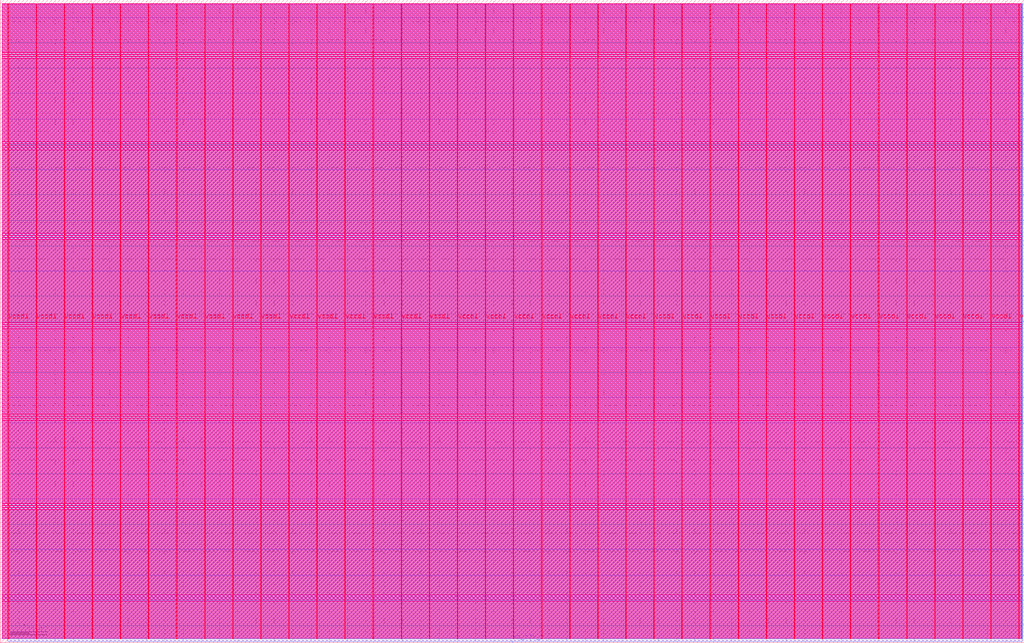
<source format=lef>
VERSION 5.7 ;
  NOWIREEXTENSIONATPIN ON ;
  DIVIDERCHAR "/" ;
  BUSBITCHARS "[]" ;
MACRO user_proj_example
  CLASS BLOCK ;
  FOREIGN user_proj_example ;
  ORIGIN 0.000 0.000 ;
  SIZE 2800.000 BY 1760.000 ;
  PIN io_in[0]
    DIRECTION INPUT ;
    USE SIGNAL ;
    ANTENNAGATEAREA 0.159000 ;
    PORT
      LAYER met3 ;
        RECT 2796.000 1710.920 2800.000 1711.520 ;
    END
  END io_in[0]
  PIN io_in[10]
    DIRECTION INPUT ;
    USE SIGNAL ;
    ANTENNAGATEAREA 0.196500 ;
    PORT
      LAYER met3 ;
        RECT 2796.000 670.520 2800.000 671.120 ;
    END
  END io_in[10]
  PIN io_in[11]
    DIRECTION INPUT ;
    USE SIGNAL ;
    ANTENNAGATEAREA 0.213000 ;
    PORT
      LAYER met3 ;
        RECT 2796.000 601.160 2800.000 601.760 ;
    END
  END io_in[11]
  PIN io_in[12]
    DIRECTION INPUT ;
    USE SIGNAL ;
    ANTENNAGATEAREA 0.196500 ;
    PORT
      LAYER met3 ;
        RECT 2796.000 531.800 2800.000 532.400 ;
    END
  END io_in[12]
  PIN io_in[13]
    DIRECTION INPUT ;
    USE SIGNAL ;
    ANTENNAGATEAREA 0.196500 ;
    PORT
      LAYER met3 ;
        RECT 2796.000 462.440 2800.000 463.040 ;
    END
  END io_in[13]
  PIN io_in[14]
    DIRECTION INPUT ;
    USE SIGNAL ;
    ANTENNAGATEAREA 0.196500 ;
    PORT
      LAYER met3 ;
        RECT 2796.000 393.080 2800.000 393.680 ;
    END
  END io_in[14]
  PIN io_in[15]
    DIRECTION INPUT ;
    USE SIGNAL ;
    ANTENNAGATEAREA 0.159000 ;
    PORT
      LAYER met3 ;
        RECT 2796.000 323.720 2800.000 324.320 ;
    END
  END io_in[15]
  PIN io_in[16]
    DIRECTION INPUT ;
    USE SIGNAL ;
    ANTENNAGATEAREA 0.213000 ;
    PORT
      LAYER met3 ;
        RECT 2796.000 254.360 2800.000 254.960 ;
    END
  END io_in[16]
  PIN io_in[17]
    DIRECTION INPUT ;
    USE SIGNAL ;
    PORT
      LAYER met3 ;
        RECT 2796.000 185.000 2800.000 185.600 ;
    END
  END io_in[17]
  PIN io_in[18]
    DIRECTION INPUT ;
    USE SIGNAL ;
    PORT
      LAYER met3 ;
        RECT 2796.000 115.640 2800.000 116.240 ;
    END
  END io_in[18]
  PIN io_in[19]
    DIRECTION INPUT ;
    USE SIGNAL ;
    PORT
      LAYER met3 ;
        RECT 2796.000 46.280 2800.000 46.880 ;
    END
  END io_in[19]
  PIN io_in[1]
    DIRECTION INPUT ;
    USE SIGNAL ;
    ANTENNAGATEAREA 0.126000 ;
    PORT
      LAYER met3 ;
        RECT 2796.000 1572.200 2800.000 1572.800 ;
    END
  END io_in[1]
  PIN io_in[2]
    DIRECTION INPUT ;
    USE SIGNAL ;
    ANTENNAGATEAREA 0.196500 ;
    PORT
      LAYER met3 ;
        RECT 2796.000 1433.480 2800.000 1434.080 ;
    END
  END io_in[2]
  PIN io_in[3]
    DIRECTION INPUT ;
    USE SIGNAL ;
    ANTENNAGATEAREA 0.196500 ;
    PORT
      LAYER met3 ;
        RECT 2796.000 1294.760 2800.000 1295.360 ;
    END
  END io_in[3]
  PIN io_in[4]
    DIRECTION INPUT ;
    USE SIGNAL ;
    ANTENNAGATEAREA 0.196500 ;
    PORT
      LAYER met3 ;
        RECT 2796.000 1156.040 2800.000 1156.640 ;
    END
  END io_in[4]
  PIN io_in[5]
    DIRECTION INPUT ;
    USE SIGNAL ;
    ANTENNAGATEAREA 0.196500 ;
    PORT
      LAYER met3 ;
        RECT 2796.000 1017.320 2800.000 1017.920 ;
    END
  END io_in[5]
  PIN io_in[6]
    DIRECTION INPUT ;
    USE SIGNAL ;
    ANTENNAGATEAREA 0.196500 ;
    PORT
      LAYER met3 ;
        RECT 2796.000 947.960 2800.000 948.560 ;
    END
  END io_in[6]
  PIN io_in[7]
    DIRECTION INPUT ;
    USE SIGNAL ;
    ANTENNAGATEAREA 0.159000 ;
    PORT
      LAYER met3 ;
        RECT 2796.000 878.600 2800.000 879.200 ;
    END
  END io_in[7]
  PIN io_in[8]
    DIRECTION INPUT ;
    USE SIGNAL ;
    ANTENNAGATEAREA 0.159000 ;
    PORT
      LAYER met3 ;
        RECT 2796.000 809.240 2800.000 809.840 ;
    END
  END io_in[8]
  PIN io_in[9]
    DIRECTION INPUT ;
    USE SIGNAL ;
    ANTENNAGATEAREA 0.213000 ;
    PORT
      LAYER met3 ;
        RECT 2796.000 739.880 2800.000 740.480 ;
    END
  END io_in[9]
  PIN io_out[0]
    DIRECTION OUTPUT TRISTATE ;
    USE SIGNAL ;
    PORT
      LAYER met3 ;
        RECT 2796.000 1641.560 2800.000 1642.160 ;
    END
  END io_out[0]
  PIN io_out[1]
    DIRECTION OUTPUT TRISTATE ;
    USE SIGNAL ;
    ANTENNADIFFAREA 2.673000 ;
    PORT
      LAYER met3 ;
        RECT 2796.000 1502.840 2800.000 1503.440 ;
    END
  END io_out[1]
  PIN io_out[2]
    DIRECTION OUTPUT TRISTATE ;
    USE SIGNAL ;
    ANTENNADIFFAREA 2.673000 ;
    PORT
      LAYER met3 ;
        RECT 2796.000 1364.120 2800.000 1364.720 ;
    END
  END io_out[2]
  PIN io_out[3]
    DIRECTION OUTPUT TRISTATE ;
    USE SIGNAL ;
    ANTENNADIFFAREA 2.673000 ;
    PORT
      LAYER met3 ;
        RECT 2796.000 1225.400 2800.000 1226.000 ;
    END
  END io_out[3]
  PIN io_out[4]
    DIRECTION OUTPUT TRISTATE ;
    USE SIGNAL ;
    PORT
      LAYER met3 ;
        RECT 2796.000 1086.680 2800.000 1087.280 ;
    END
  END io_out[4]
  PIN vccd1
    DIRECTION INOUT ;
    USE POWER ;
    PORT
      LAYER met4 ;
        RECT 21.040 10.640 22.640 1749.200 ;
    END
    PORT
      LAYER met4 ;
        RECT 174.640 10.640 176.240 1749.200 ;
    END
    PORT
      LAYER met4 ;
        RECT 328.240 10.640 329.840 1749.200 ;
    END
    PORT
      LAYER met4 ;
        RECT 481.840 10.640 483.440 1749.200 ;
    END
    PORT
      LAYER met4 ;
        RECT 635.440 10.640 637.040 1749.200 ;
    END
    PORT
      LAYER met4 ;
        RECT 789.040 10.640 790.640 1749.200 ;
    END
    PORT
      LAYER met4 ;
        RECT 942.640 10.640 944.240 1749.200 ;
    END
    PORT
      LAYER met4 ;
        RECT 1096.240 10.640 1097.840 1749.200 ;
    END
    PORT
      LAYER met4 ;
        RECT 1249.840 10.640 1251.440 1749.200 ;
    END
    PORT
      LAYER met4 ;
        RECT 1403.440 10.640 1405.040 1749.200 ;
    END
    PORT
      LAYER met4 ;
        RECT 1557.040 10.640 1558.640 1749.200 ;
    END
    PORT
      LAYER met4 ;
        RECT 1710.640 10.640 1712.240 1749.200 ;
    END
    PORT
      LAYER met4 ;
        RECT 1864.240 10.640 1865.840 1749.200 ;
    END
    PORT
      LAYER met4 ;
        RECT 2017.840 10.640 2019.440 1749.200 ;
    END
    PORT
      LAYER met4 ;
        RECT 2171.440 10.640 2173.040 1749.200 ;
    END
    PORT
      LAYER met4 ;
        RECT 2325.040 10.640 2326.640 1749.200 ;
    END
    PORT
      LAYER met4 ;
        RECT 2478.640 10.640 2480.240 1749.200 ;
    END
    PORT
      LAYER met4 ;
        RECT 2632.240 10.640 2633.840 1749.200 ;
    END
    PORT
      LAYER met4 ;
        RECT 2785.840 10.640 2787.440 1749.200 ;
    END
  END vccd1
  PIN vssd1
    DIRECTION INOUT ;
    USE GROUND ;
    PORT
      LAYER met4 ;
        RECT 97.840 10.640 99.440 1749.200 ;
    END
    PORT
      LAYER met4 ;
        RECT 251.440 10.640 253.040 1749.200 ;
    END
    PORT
      LAYER met4 ;
        RECT 405.040 10.640 406.640 1749.200 ;
    END
    PORT
      LAYER met4 ;
        RECT 558.640 10.640 560.240 1749.200 ;
    END
    PORT
      LAYER met4 ;
        RECT 712.240 10.640 713.840 1749.200 ;
    END
    PORT
      LAYER met4 ;
        RECT 865.840 10.640 867.440 1749.200 ;
    END
    PORT
      LAYER met4 ;
        RECT 1019.440 10.640 1021.040 1749.200 ;
    END
    PORT
      LAYER met4 ;
        RECT 1173.040 10.640 1174.640 1749.200 ;
    END
    PORT
      LAYER met4 ;
        RECT 1326.640 10.640 1328.240 1749.200 ;
    END
    PORT
      LAYER met4 ;
        RECT 1480.240 10.640 1481.840 1749.200 ;
    END
    PORT
      LAYER met4 ;
        RECT 1633.840 10.640 1635.440 1749.200 ;
    END
    PORT
      LAYER met4 ;
        RECT 1787.440 10.640 1789.040 1749.200 ;
    END
    PORT
      LAYER met4 ;
        RECT 1941.040 10.640 1942.640 1749.200 ;
    END
    PORT
      LAYER met4 ;
        RECT 2094.640 10.640 2096.240 1749.200 ;
    END
    PORT
      LAYER met4 ;
        RECT 2248.240 10.640 2249.840 1749.200 ;
    END
    PORT
      LAYER met4 ;
        RECT 2401.840 10.640 2403.440 1749.200 ;
    END
    PORT
      LAYER met4 ;
        RECT 2555.440 10.640 2557.040 1749.200 ;
    END
    PORT
      LAYER met4 ;
        RECT 2709.040 10.640 2710.640 1749.200 ;
    END
  END vssd1
  PIN wb_clk_i
    DIRECTION INPUT ;
    USE SIGNAL ;
    ANTENNAGATEAREA 0.852000 ;
    ANTENNADIFFAREA 0.434700 ;
    PORT
      LAYER met2 ;
        RECT 1399.870 0.000 1400.150 4.000 ;
    END
  END wb_clk_i
  OBS
      LAYER nwell ;
        RECT 5.330 1747.545 2794.230 1749.150 ;
        RECT 5.330 1742.105 2794.230 1744.935 ;
        RECT 5.330 1736.665 2794.230 1739.495 ;
        RECT 5.330 1731.225 2794.230 1734.055 ;
        RECT 5.330 1725.785 2794.230 1728.615 ;
        RECT 5.330 1720.345 2794.230 1723.175 ;
        RECT 5.330 1714.905 2794.230 1717.735 ;
        RECT 5.330 1709.465 2794.230 1712.295 ;
        RECT 5.330 1704.025 2794.230 1706.855 ;
        RECT 5.330 1698.585 2794.230 1701.415 ;
        RECT 5.330 1693.145 2794.230 1695.975 ;
        RECT 5.330 1687.705 2794.230 1690.535 ;
        RECT 5.330 1682.265 2794.230 1685.095 ;
        RECT 5.330 1676.825 2794.230 1679.655 ;
        RECT 5.330 1671.385 2794.230 1674.215 ;
        RECT 5.330 1665.945 2794.230 1668.775 ;
        RECT 5.330 1660.505 2794.230 1663.335 ;
        RECT 5.330 1655.065 2794.230 1657.895 ;
        RECT 5.330 1649.625 2794.230 1652.455 ;
        RECT 5.330 1644.185 2794.230 1647.015 ;
        RECT 5.330 1638.745 2794.230 1641.575 ;
        RECT 5.330 1633.305 2794.230 1636.135 ;
        RECT 5.330 1627.865 2794.230 1630.695 ;
        RECT 5.330 1622.425 2794.230 1625.255 ;
        RECT 5.330 1616.985 2794.230 1619.815 ;
        RECT 5.330 1611.545 2794.230 1614.375 ;
        RECT 5.330 1606.105 2794.230 1608.935 ;
        RECT 5.330 1600.665 2794.230 1603.495 ;
        RECT 5.330 1595.225 2794.230 1598.055 ;
        RECT 5.330 1589.785 2794.230 1592.615 ;
        RECT 5.330 1584.345 2794.230 1587.175 ;
        RECT 5.330 1578.905 2794.230 1581.735 ;
        RECT 5.330 1573.465 2794.230 1576.295 ;
        RECT 5.330 1568.025 2794.230 1570.855 ;
        RECT 5.330 1562.585 2794.230 1565.415 ;
        RECT 5.330 1557.145 2794.230 1559.975 ;
        RECT 5.330 1551.705 2794.230 1554.535 ;
        RECT 5.330 1546.265 2794.230 1549.095 ;
        RECT 5.330 1540.825 2794.230 1543.655 ;
        RECT 5.330 1535.385 2794.230 1538.215 ;
        RECT 5.330 1529.945 2794.230 1532.775 ;
        RECT 5.330 1524.505 2794.230 1527.335 ;
        RECT 5.330 1519.065 2794.230 1521.895 ;
        RECT 5.330 1513.625 2794.230 1516.455 ;
        RECT 5.330 1508.185 2794.230 1511.015 ;
        RECT 5.330 1502.745 2794.230 1505.575 ;
        RECT 5.330 1497.305 2794.230 1500.135 ;
        RECT 5.330 1491.865 2794.230 1494.695 ;
        RECT 5.330 1486.425 2794.230 1489.255 ;
        RECT 5.330 1480.985 2794.230 1483.815 ;
        RECT 5.330 1475.545 2794.230 1478.375 ;
        RECT 5.330 1470.105 2794.230 1472.935 ;
        RECT 5.330 1464.665 2794.230 1467.495 ;
        RECT 5.330 1459.225 2794.230 1462.055 ;
        RECT 5.330 1453.785 2794.230 1456.615 ;
        RECT 5.330 1448.345 2794.230 1451.175 ;
        RECT 5.330 1442.905 2794.230 1445.735 ;
        RECT 5.330 1437.465 2794.230 1440.295 ;
        RECT 5.330 1432.025 2794.230 1434.855 ;
        RECT 5.330 1426.585 2794.230 1429.415 ;
        RECT 5.330 1421.145 2794.230 1423.975 ;
        RECT 5.330 1415.705 2794.230 1418.535 ;
        RECT 5.330 1410.265 2794.230 1413.095 ;
        RECT 5.330 1404.825 2794.230 1407.655 ;
        RECT 5.330 1399.385 2794.230 1402.215 ;
        RECT 5.330 1393.945 2794.230 1396.775 ;
        RECT 5.330 1388.505 2794.230 1391.335 ;
        RECT 5.330 1383.065 2794.230 1385.895 ;
        RECT 5.330 1377.625 2794.230 1380.455 ;
        RECT 5.330 1372.185 2794.230 1375.015 ;
        RECT 5.330 1366.745 2794.230 1369.575 ;
        RECT 5.330 1361.305 2794.230 1364.135 ;
        RECT 5.330 1355.865 2794.230 1358.695 ;
        RECT 5.330 1350.425 2794.230 1353.255 ;
        RECT 5.330 1344.985 2794.230 1347.815 ;
        RECT 5.330 1339.545 2794.230 1342.375 ;
        RECT 5.330 1334.105 2794.230 1336.935 ;
        RECT 5.330 1328.665 2794.230 1331.495 ;
        RECT 5.330 1323.225 2794.230 1326.055 ;
        RECT 5.330 1317.785 2794.230 1320.615 ;
        RECT 5.330 1312.345 2794.230 1315.175 ;
        RECT 5.330 1306.905 2794.230 1309.735 ;
        RECT 5.330 1301.465 2794.230 1304.295 ;
        RECT 5.330 1296.025 2794.230 1298.855 ;
        RECT 5.330 1290.585 2794.230 1293.415 ;
        RECT 5.330 1285.145 2794.230 1287.975 ;
        RECT 5.330 1279.705 2794.230 1282.535 ;
        RECT 5.330 1274.265 2794.230 1277.095 ;
        RECT 5.330 1268.825 2794.230 1271.655 ;
        RECT 5.330 1263.385 2794.230 1266.215 ;
        RECT 5.330 1257.945 2794.230 1260.775 ;
        RECT 5.330 1252.505 2794.230 1255.335 ;
        RECT 5.330 1247.065 2794.230 1249.895 ;
        RECT 5.330 1241.625 2794.230 1244.455 ;
        RECT 5.330 1236.185 2794.230 1239.015 ;
        RECT 5.330 1230.745 2794.230 1233.575 ;
        RECT 5.330 1225.305 2794.230 1228.135 ;
        RECT 5.330 1219.865 2794.230 1222.695 ;
        RECT 5.330 1214.425 2794.230 1217.255 ;
        RECT 5.330 1208.985 2794.230 1211.815 ;
        RECT 5.330 1203.545 2794.230 1206.375 ;
        RECT 5.330 1198.105 2794.230 1200.935 ;
        RECT 5.330 1192.665 2794.230 1195.495 ;
        RECT 5.330 1187.225 2794.230 1190.055 ;
        RECT 5.330 1181.785 2794.230 1184.615 ;
        RECT 5.330 1176.345 2794.230 1179.175 ;
        RECT 5.330 1170.905 2794.230 1173.735 ;
        RECT 5.330 1165.465 2794.230 1168.295 ;
        RECT 5.330 1160.025 2794.230 1162.855 ;
        RECT 5.330 1154.585 2794.230 1157.415 ;
        RECT 5.330 1149.145 2794.230 1151.975 ;
        RECT 5.330 1143.705 2794.230 1146.535 ;
        RECT 5.330 1138.265 2794.230 1141.095 ;
        RECT 5.330 1132.825 2794.230 1135.655 ;
        RECT 5.330 1127.385 2794.230 1130.215 ;
        RECT 5.330 1121.945 2794.230 1124.775 ;
        RECT 5.330 1116.505 2794.230 1119.335 ;
        RECT 5.330 1111.065 2794.230 1113.895 ;
        RECT 5.330 1105.625 2794.230 1108.455 ;
        RECT 5.330 1100.185 2794.230 1103.015 ;
        RECT 5.330 1094.745 2794.230 1097.575 ;
        RECT 5.330 1089.305 2794.230 1092.135 ;
        RECT 5.330 1083.865 2794.230 1086.695 ;
        RECT 5.330 1078.425 2794.230 1081.255 ;
        RECT 5.330 1072.985 2794.230 1075.815 ;
        RECT 5.330 1067.545 2794.230 1070.375 ;
        RECT 5.330 1062.105 2794.230 1064.935 ;
        RECT 5.330 1056.665 2794.230 1059.495 ;
        RECT 5.330 1051.225 2794.230 1054.055 ;
        RECT 5.330 1045.785 2794.230 1048.615 ;
        RECT 5.330 1040.345 2794.230 1043.175 ;
        RECT 5.330 1034.905 2794.230 1037.735 ;
        RECT 5.330 1029.465 2794.230 1032.295 ;
        RECT 5.330 1024.025 2794.230 1026.855 ;
        RECT 5.330 1018.585 2794.230 1021.415 ;
        RECT 5.330 1013.145 2794.230 1015.975 ;
        RECT 5.330 1007.705 2794.230 1010.535 ;
        RECT 5.330 1002.265 2794.230 1005.095 ;
        RECT 5.330 996.825 2794.230 999.655 ;
        RECT 5.330 991.385 2794.230 994.215 ;
        RECT 5.330 985.945 2794.230 988.775 ;
        RECT 5.330 980.505 2794.230 983.335 ;
        RECT 5.330 975.065 2794.230 977.895 ;
        RECT 5.330 969.625 2794.230 972.455 ;
        RECT 5.330 964.185 2794.230 967.015 ;
        RECT 5.330 958.745 2794.230 961.575 ;
        RECT 5.330 953.305 2794.230 956.135 ;
        RECT 5.330 947.865 2794.230 950.695 ;
        RECT 5.330 942.425 2794.230 945.255 ;
        RECT 5.330 936.985 2794.230 939.815 ;
        RECT 5.330 931.545 2794.230 934.375 ;
        RECT 5.330 926.105 2794.230 928.935 ;
        RECT 5.330 920.665 2794.230 923.495 ;
        RECT 5.330 915.225 2794.230 918.055 ;
        RECT 5.330 909.785 2794.230 912.615 ;
        RECT 5.330 904.345 2794.230 907.175 ;
        RECT 5.330 898.905 2794.230 901.735 ;
        RECT 5.330 893.465 2794.230 896.295 ;
        RECT 5.330 888.025 2794.230 890.855 ;
        RECT 5.330 882.585 2794.230 885.415 ;
        RECT 5.330 877.145 2794.230 879.975 ;
        RECT 5.330 871.705 2794.230 874.535 ;
        RECT 5.330 866.265 2794.230 869.095 ;
        RECT 5.330 860.825 2794.230 863.655 ;
        RECT 5.330 855.385 2794.230 858.215 ;
        RECT 5.330 849.945 2794.230 852.775 ;
        RECT 5.330 844.505 2794.230 847.335 ;
        RECT 5.330 839.065 2794.230 841.895 ;
        RECT 5.330 833.625 2794.230 836.455 ;
        RECT 5.330 828.185 2794.230 831.015 ;
        RECT 5.330 822.745 2794.230 825.575 ;
        RECT 5.330 817.305 2794.230 820.135 ;
        RECT 5.330 811.865 2794.230 814.695 ;
        RECT 5.330 806.425 2794.230 809.255 ;
        RECT 5.330 800.985 2794.230 803.815 ;
        RECT 5.330 795.545 2794.230 798.375 ;
        RECT 5.330 790.105 2794.230 792.935 ;
        RECT 5.330 784.665 2794.230 787.495 ;
        RECT 5.330 779.225 2794.230 782.055 ;
        RECT 5.330 773.785 2794.230 776.615 ;
        RECT 5.330 768.345 2794.230 771.175 ;
        RECT 5.330 762.905 2794.230 765.735 ;
        RECT 5.330 757.465 2794.230 760.295 ;
        RECT 5.330 752.025 2794.230 754.855 ;
        RECT 5.330 746.585 2794.230 749.415 ;
        RECT 5.330 741.145 2794.230 743.975 ;
        RECT 5.330 735.705 2794.230 738.535 ;
        RECT 5.330 730.265 2794.230 733.095 ;
        RECT 5.330 724.825 2794.230 727.655 ;
        RECT 5.330 719.385 2794.230 722.215 ;
        RECT 5.330 713.945 2794.230 716.775 ;
        RECT 5.330 708.505 2794.230 711.335 ;
        RECT 5.330 703.065 2794.230 705.895 ;
        RECT 5.330 697.625 2794.230 700.455 ;
        RECT 5.330 692.185 2794.230 695.015 ;
        RECT 5.330 686.745 2794.230 689.575 ;
        RECT 5.330 681.305 2794.230 684.135 ;
        RECT 5.330 675.865 2794.230 678.695 ;
        RECT 5.330 670.425 2794.230 673.255 ;
        RECT 5.330 664.985 2794.230 667.815 ;
        RECT 5.330 659.545 2794.230 662.375 ;
        RECT 5.330 654.105 2794.230 656.935 ;
        RECT 5.330 648.665 2794.230 651.495 ;
        RECT 5.330 643.225 2794.230 646.055 ;
        RECT 5.330 637.785 2794.230 640.615 ;
        RECT 5.330 632.345 2794.230 635.175 ;
        RECT 5.330 626.905 2794.230 629.735 ;
        RECT 5.330 621.465 2794.230 624.295 ;
        RECT 5.330 616.025 2794.230 618.855 ;
        RECT 5.330 610.585 2794.230 613.415 ;
        RECT 5.330 605.145 2794.230 607.975 ;
        RECT 5.330 599.705 2794.230 602.535 ;
        RECT 5.330 594.265 2794.230 597.095 ;
        RECT 5.330 588.825 2794.230 591.655 ;
        RECT 5.330 583.385 2794.230 586.215 ;
        RECT 5.330 577.945 2794.230 580.775 ;
        RECT 5.330 572.505 2794.230 575.335 ;
        RECT 5.330 567.065 2794.230 569.895 ;
        RECT 5.330 561.625 2794.230 564.455 ;
        RECT 5.330 556.185 2794.230 559.015 ;
        RECT 5.330 550.745 2794.230 553.575 ;
        RECT 5.330 545.305 2794.230 548.135 ;
        RECT 5.330 539.865 2794.230 542.695 ;
        RECT 5.330 534.425 2794.230 537.255 ;
        RECT 5.330 528.985 2794.230 531.815 ;
        RECT 5.330 523.545 2794.230 526.375 ;
        RECT 5.330 518.105 2794.230 520.935 ;
        RECT 5.330 512.665 2794.230 515.495 ;
        RECT 5.330 507.225 2794.230 510.055 ;
        RECT 5.330 501.785 2794.230 504.615 ;
        RECT 5.330 496.345 2794.230 499.175 ;
        RECT 5.330 490.905 2794.230 493.735 ;
        RECT 5.330 485.465 2794.230 488.295 ;
        RECT 5.330 480.025 2794.230 482.855 ;
        RECT 5.330 474.585 2794.230 477.415 ;
        RECT 5.330 469.145 2794.230 471.975 ;
        RECT 5.330 463.705 2794.230 466.535 ;
        RECT 5.330 458.265 2794.230 461.095 ;
        RECT 5.330 452.825 2794.230 455.655 ;
        RECT 5.330 447.385 2794.230 450.215 ;
        RECT 5.330 441.945 2794.230 444.775 ;
        RECT 5.330 436.505 2794.230 439.335 ;
        RECT 5.330 431.065 2794.230 433.895 ;
        RECT 5.330 425.625 2794.230 428.455 ;
        RECT 5.330 420.185 2794.230 423.015 ;
        RECT 5.330 414.745 2794.230 417.575 ;
        RECT 5.330 409.305 2794.230 412.135 ;
        RECT 5.330 403.865 2794.230 406.695 ;
        RECT 5.330 398.425 2794.230 401.255 ;
        RECT 5.330 392.985 2794.230 395.815 ;
        RECT 5.330 387.545 2794.230 390.375 ;
        RECT 5.330 382.105 2794.230 384.935 ;
        RECT 5.330 376.665 2794.230 379.495 ;
        RECT 5.330 371.225 2794.230 374.055 ;
        RECT 5.330 365.785 2794.230 368.615 ;
        RECT 5.330 360.345 2794.230 363.175 ;
        RECT 5.330 354.905 2794.230 357.735 ;
        RECT 5.330 349.465 2794.230 352.295 ;
        RECT 5.330 344.025 2794.230 346.855 ;
        RECT 5.330 338.585 2794.230 341.415 ;
        RECT 5.330 333.145 2794.230 335.975 ;
        RECT 5.330 327.705 2794.230 330.535 ;
        RECT 5.330 322.265 2794.230 325.095 ;
        RECT 5.330 316.825 2794.230 319.655 ;
        RECT 5.330 311.385 2794.230 314.215 ;
        RECT 5.330 305.945 2794.230 308.775 ;
        RECT 5.330 300.505 2794.230 303.335 ;
        RECT 5.330 295.065 2794.230 297.895 ;
        RECT 5.330 289.625 2794.230 292.455 ;
        RECT 5.330 284.185 2794.230 287.015 ;
        RECT 5.330 278.745 2794.230 281.575 ;
        RECT 5.330 273.305 2794.230 276.135 ;
        RECT 5.330 267.865 2794.230 270.695 ;
        RECT 5.330 262.425 2794.230 265.255 ;
        RECT 5.330 256.985 2794.230 259.815 ;
        RECT 5.330 251.545 2794.230 254.375 ;
        RECT 5.330 246.105 2794.230 248.935 ;
        RECT 5.330 240.665 2794.230 243.495 ;
        RECT 5.330 235.225 2794.230 238.055 ;
        RECT 5.330 229.785 2794.230 232.615 ;
        RECT 5.330 224.345 2794.230 227.175 ;
        RECT 5.330 218.905 2794.230 221.735 ;
        RECT 5.330 213.465 2794.230 216.295 ;
        RECT 5.330 208.025 2794.230 210.855 ;
        RECT 5.330 202.585 2794.230 205.415 ;
        RECT 5.330 197.145 2794.230 199.975 ;
        RECT 5.330 191.705 2794.230 194.535 ;
        RECT 5.330 186.265 2794.230 189.095 ;
        RECT 5.330 180.825 2794.230 183.655 ;
        RECT 5.330 175.385 2794.230 178.215 ;
        RECT 5.330 169.945 2794.230 172.775 ;
        RECT 5.330 164.505 2794.230 167.335 ;
        RECT 5.330 159.065 2794.230 161.895 ;
        RECT 5.330 153.625 2794.230 156.455 ;
        RECT 5.330 148.185 2794.230 151.015 ;
        RECT 5.330 142.745 2794.230 145.575 ;
        RECT 5.330 137.305 2794.230 140.135 ;
        RECT 5.330 131.865 2794.230 134.695 ;
        RECT 5.330 126.425 2794.230 129.255 ;
        RECT 5.330 120.985 2794.230 123.815 ;
        RECT 5.330 115.545 2794.230 118.375 ;
        RECT 5.330 110.105 2794.230 112.935 ;
        RECT 5.330 104.665 2794.230 107.495 ;
        RECT 5.330 99.225 2794.230 102.055 ;
        RECT 5.330 93.785 2794.230 96.615 ;
        RECT 5.330 88.345 2794.230 91.175 ;
        RECT 5.330 82.905 2794.230 85.735 ;
        RECT 5.330 77.465 2794.230 80.295 ;
        RECT 5.330 72.025 2794.230 74.855 ;
        RECT 5.330 66.585 2794.230 69.415 ;
        RECT 5.330 61.145 2794.230 63.975 ;
        RECT 5.330 55.705 2794.230 58.535 ;
        RECT 5.330 50.265 2794.230 53.095 ;
        RECT 5.330 44.825 2794.230 47.655 ;
        RECT 5.330 39.385 2794.230 42.215 ;
        RECT 5.330 33.945 2794.230 36.775 ;
        RECT 5.330 28.505 2794.230 31.335 ;
        RECT 5.330 23.065 2794.230 25.895 ;
        RECT 5.330 17.625 2794.230 20.455 ;
        RECT 5.330 12.185 2794.230 15.015 ;
      LAYER li1 ;
        RECT 5.520 10.795 2794.040 1749.045 ;
      LAYER met1 ;
        RECT 5.520 10.640 2794.890 1749.200 ;
      LAYER met2 ;
        RECT 21.070 4.280 2794.870 1749.145 ;
        RECT 21.070 4.000 1399.590 4.280 ;
        RECT 1400.430 4.000 2794.870 4.280 ;
      LAYER met3 ;
        RECT 21.050 1711.920 2796.000 1749.125 ;
        RECT 21.050 1710.520 2795.600 1711.920 ;
        RECT 21.050 1642.560 2796.000 1710.520 ;
        RECT 21.050 1641.160 2795.600 1642.560 ;
        RECT 21.050 1573.200 2796.000 1641.160 ;
        RECT 21.050 1571.800 2795.600 1573.200 ;
        RECT 21.050 1503.840 2796.000 1571.800 ;
        RECT 21.050 1502.440 2795.600 1503.840 ;
        RECT 21.050 1434.480 2796.000 1502.440 ;
        RECT 21.050 1433.080 2795.600 1434.480 ;
        RECT 21.050 1365.120 2796.000 1433.080 ;
        RECT 21.050 1363.720 2795.600 1365.120 ;
        RECT 21.050 1295.760 2796.000 1363.720 ;
        RECT 21.050 1294.360 2795.600 1295.760 ;
        RECT 21.050 1226.400 2796.000 1294.360 ;
        RECT 21.050 1225.000 2795.600 1226.400 ;
        RECT 21.050 1157.040 2796.000 1225.000 ;
        RECT 21.050 1155.640 2795.600 1157.040 ;
        RECT 21.050 1087.680 2796.000 1155.640 ;
        RECT 21.050 1086.280 2795.600 1087.680 ;
        RECT 21.050 1018.320 2796.000 1086.280 ;
        RECT 21.050 1016.920 2795.600 1018.320 ;
        RECT 21.050 948.960 2796.000 1016.920 ;
        RECT 21.050 947.560 2795.600 948.960 ;
        RECT 21.050 879.600 2796.000 947.560 ;
        RECT 21.050 878.200 2795.600 879.600 ;
        RECT 21.050 810.240 2796.000 878.200 ;
        RECT 21.050 808.840 2795.600 810.240 ;
        RECT 21.050 740.880 2796.000 808.840 ;
        RECT 21.050 739.480 2795.600 740.880 ;
        RECT 21.050 671.520 2796.000 739.480 ;
        RECT 21.050 670.120 2795.600 671.520 ;
        RECT 21.050 602.160 2796.000 670.120 ;
        RECT 21.050 600.760 2795.600 602.160 ;
        RECT 21.050 532.800 2796.000 600.760 ;
        RECT 21.050 531.400 2795.600 532.800 ;
        RECT 21.050 463.440 2796.000 531.400 ;
        RECT 21.050 462.040 2795.600 463.440 ;
        RECT 21.050 394.080 2796.000 462.040 ;
        RECT 21.050 392.680 2795.600 394.080 ;
        RECT 21.050 324.720 2796.000 392.680 ;
        RECT 21.050 323.320 2795.600 324.720 ;
        RECT 21.050 255.360 2796.000 323.320 ;
        RECT 21.050 253.960 2795.600 255.360 ;
        RECT 21.050 186.000 2796.000 253.960 ;
        RECT 21.050 184.600 2795.600 186.000 ;
        RECT 21.050 116.640 2796.000 184.600 ;
        RECT 21.050 115.240 2795.600 116.640 ;
        RECT 21.050 47.280 2796.000 115.240 ;
        RECT 21.050 45.880 2795.600 47.280 ;
        RECT 21.050 10.715 2796.000 45.880 ;
  END
END user_proj_example
END LIBRARY


</source>
